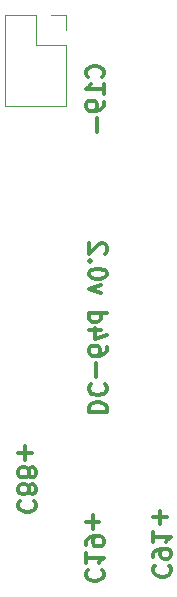
<source format=gbr>
%TF.GenerationSoftware,KiCad,Pcbnew,7.0.6*%
%TF.CreationDate,2023-12-10T23:03:21+01:00*%
%TF.ProjectId,dc_64d,64635f36-3464-42e6-9b69-6361645f7063,0.1*%
%TF.SameCoordinates,Original*%
%TF.FileFunction,Legend,Bot*%
%TF.FilePolarity,Positive*%
%FSLAX46Y46*%
G04 Gerber Fmt 4.6, Leading zero omitted, Abs format (unit mm)*
G04 Created by KiCad (PCBNEW 7.0.6) date 2023-12-10 23:03:21*
%MOMM*%
%LPD*%
G01*
G04 APERTURE LIST*
%ADD10C,0.300000*%
%ADD11C,0.120000*%
G04 APERTURE END LIST*
D10*
X104101028Y-80630346D02*
X104029600Y-80701774D01*
X104029600Y-80701774D02*
X103958171Y-80916060D01*
X103958171Y-80916060D02*
X103958171Y-81058917D01*
X103958171Y-81058917D02*
X104029600Y-81273203D01*
X104029600Y-81273203D02*
X104172457Y-81416060D01*
X104172457Y-81416060D02*
X104315314Y-81487489D01*
X104315314Y-81487489D02*
X104601028Y-81558917D01*
X104601028Y-81558917D02*
X104815314Y-81558917D01*
X104815314Y-81558917D02*
X105101028Y-81487489D01*
X105101028Y-81487489D02*
X105243885Y-81416060D01*
X105243885Y-81416060D02*
X105386742Y-81273203D01*
X105386742Y-81273203D02*
X105458171Y-81058917D01*
X105458171Y-81058917D02*
X105458171Y-80916060D01*
X105458171Y-80916060D02*
X105386742Y-80701774D01*
X105386742Y-80701774D02*
X105315314Y-80630346D01*
X103958171Y-79201774D02*
X103958171Y-80058917D01*
X103958171Y-79630346D02*
X105458171Y-79630346D01*
X105458171Y-79630346D02*
X105243885Y-79773203D01*
X105243885Y-79773203D02*
X105101028Y-79916060D01*
X105101028Y-79916060D02*
X105029600Y-80058917D01*
X103958171Y-78487489D02*
X103958171Y-78201775D01*
X103958171Y-78201775D02*
X104029600Y-78058918D01*
X104029600Y-78058918D02*
X104101028Y-77987489D01*
X104101028Y-77987489D02*
X104315314Y-77844632D01*
X104315314Y-77844632D02*
X104601028Y-77773203D01*
X104601028Y-77773203D02*
X105172457Y-77773203D01*
X105172457Y-77773203D02*
X105315314Y-77844632D01*
X105315314Y-77844632D02*
X105386742Y-77916061D01*
X105386742Y-77916061D02*
X105458171Y-78058918D01*
X105458171Y-78058918D02*
X105458171Y-78344632D01*
X105458171Y-78344632D02*
X105386742Y-78487489D01*
X105386742Y-78487489D02*
X105315314Y-78558918D01*
X105315314Y-78558918D02*
X105172457Y-78630346D01*
X105172457Y-78630346D02*
X104815314Y-78630346D01*
X104815314Y-78630346D02*
X104672457Y-78558918D01*
X104672457Y-78558918D02*
X104601028Y-78487489D01*
X104601028Y-78487489D02*
X104529600Y-78344632D01*
X104529600Y-78344632D02*
X104529600Y-78058918D01*
X104529600Y-78058918D02*
X104601028Y-77916061D01*
X104601028Y-77916061D02*
X104672457Y-77844632D01*
X104672457Y-77844632D02*
X104815314Y-77773203D01*
X104529600Y-77130347D02*
X104529600Y-75987490D01*
X103958171Y-76558918D02*
X105101028Y-76558918D01*
X104212171Y-67263489D02*
X105712171Y-67263489D01*
X105712171Y-67263489D02*
X105712171Y-66906346D01*
X105712171Y-66906346D02*
X105640742Y-66692060D01*
X105640742Y-66692060D02*
X105497885Y-66549203D01*
X105497885Y-66549203D02*
X105355028Y-66477774D01*
X105355028Y-66477774D02*
X105069314Y-66406346D01*
X105069314Y-66406346D02*
X104855028Y-66406346D01*
X104855028Y-66406346D02*
X104569314Y-66477774D01*
X104569314Y-66477774D02*
X104426457Y-66549203D01*
X104426457Y-66549203D02*
X104283600Y-66692060D01*
X104283600Y-66692060D02*
X104212171Y-66906346D01*
X104212171Y-66906346D02*
X104212171Y-67263489D01*
X104355028Y-64906346D02*
X104283600Y-64977774D01*
X104283600Y-64977774D02*
X104212171Y-65192060D01*
X104212171Y-65192060D02*
X104212171Y-65334917D01*
X104212171Y-65334917D02*
X104283600Y-65549203D01*
X104283600Y-65549203D02*
X104426457Y-65692060D01*
X104426457Y-65692060D02*
X104569314Y-65763489D01*
X104569314Y-65763489D02*
X104855028Y-65834917D01*
X104855028Y-65834917D02*
X105069314Y-65834917D01*
X105069314Y-65834917D02*
X105355028Y-65763489D01*
X105355028Y-65763489D02*
X105497885Y-65692060D01*
X105497885Y-65692060D02*
X105640742Y-65549203D01*
X105640742Y-65549203D02*
X105712171Y-65334917D01*
X105712171Y-65334917D02*
X105712171Y-65192060D01*
X105712171Y-65192060D02*
X105640742Y-64977774D01*
X105640742Y-64977774D02*
X105569314Y-64906346D01*
X104783600Y-64263489D02*
X104783600Y-63120632D01*
X105712171Y-61763489D02*
X105712171Y-62049203D01*
X105712171Y-62049203D02*
X105640742Y-62192060D01*
X105640742Y-62192060D02*
X105569314Y-62263489D01*
X105569314Y-62263489D02*
X105355028Y-62406346D01*
X105355028Y-62406346D02*
X105069314Y-62477774D01*
X105069314Y-62477774D02*
X104497885Y-62477774D01*
X104497885Y-62477774D02*
X104355028Y-62406346D01*
X104355028Y-62406346D02*
X104283600Y-62334917D01*
X104283600Y-62334917D02*
X104212171Y-62192060D01*
X104212171Y-62192060D02*
X104212171Y-61906346D01*
X104212171Y-61906346D02*
X104283600Y-61763489D01*
X104283600Y-61763489D02*
X104355028Y-61692060D01*
X104355028Y-61692060D02*
X104497885Y-61620631D01*
X104497885Y-61620631D02*
X104855028Y-61620631D01*
X104855028Y-61620631D02*
X104997885Y-61692060D01*
X104997885Y-61692060D02*
X105069314Y-61763489D01*
X105069314Y-61763489D02*
X105140742Y-61906346D01*
X105140742Y-61906346D02*
X105140742Y-62192060D01*
X105140742Y-62192060D02*
X105069314Y-62334917D01*
X105069314Y-62334917D02*
X104997885Y-62406346D01*
X104997885Y-62406346D02*
X104855028Y-62477774D01*
X105212171Y-60334918D02*
X104212171Y-60334918D01*
X105783600Y-60692060D02*
X104712171Y-61049203D01*
X104712171Y-61049203D02*
X104712171Y-60120632D01*
X104212171Y-58906347D02*
X105712171Y-58906347D01*
X104283600Y-58906347D02*
X104212171Y-59049204D01*
X104212171Y-59049204D02*
X104212171Y-59334918D01*
X104212171Y-59334918D02*
X104283600Y-59477775D01*
X104283600Y-59477775D02*
X104355028Y-59549204D01*
X104355028Y-59549204D02*
X104497885Y-59620632D01*
X104497885Y-59620632D02*
X104926457Y-59620632D01*
X104926457Y-59620632D02*
X105069314Y-59549204D01*
X105069314Y-59549204D02*
X105140742Y-59477775D01*
X105140742Y-59477775D02*
X105212171Y-59334918D01*
X105212171Y-59334918D02*
X105212171Y-59049204D01*
X105212171Y-59049204D02*
X105140742Y-58906347D01*
X105212171Y-57192061D02*
X104212171Y-56834918D01*
X104212171Y-56834918D02*
X105212171Y-56477775D01*
X105712171Y-55620632D02*
X105712171Y-55477775D01*
X105712171Y-55477775D02*
X105640742Y-55334918D01*
X105640742Y-55334918D02*
X105569314Y-55263490D01*
X105569314Y-55263490D02*
X105426457Y-55192061D01*
X105426457Y-55192061D02*
X105140742Y-55120632D01*
X105140742Y-55120632D02*
X104783600Y-55120632D01*
X104783600Y-55120632D02*
X104497885Y-55192061D01*
X104497885Y-55192061D02*
X104355028Y-55263490D01*
X104355028Y-55263490D02*
X104283600Y-55334918D01*
X104283600Y-55334918D02*
X104212171Y-55477775D01*
X104212171Y-55477775D02*
X104212171Y-55620632D01*
X104212171Y-55620632D02*
X104283600Y-55763490D01*
X104283600Y-55763490D02*
X104355028Y-55834918D01*
X104355028Y-55834918D02*
X104497885Y-55906347D01*
X104497885Y-55906347D02*
X104783600Y-55977775D01*
X104783600Y-55977775D02*
X105140742Y-55977775D01*
X105140742Y-55977775D02*
X105426457Y-55906347D01*
X105426457Y-55906347D02*
X105569314Y-55834918D01*
X105569314Y-55834918D02*
X105640742Y-55763490D01*
X105640742Y-55763490D02*
X105712171Y-55620632D01*
X104355028Y-54477776D02*
X104283600Y-54406347D01*
X104283600Y-54406347D02*
X104212171Y-54477776D01*
X104212171Y-54477776D02*
X104283600Y-54549204D01*
X104283600Y-54549204D02*
X104355028Y-54477776D01*
X104355028Y-54477776D02*
X104212171Y-54477776D01*
X105569314Y-53834918D02*
X105640742Y-53763490D01*
X105640742Y-53763490D02*
X105712171Y-53620633D01*
X105712171Y-53620633D02*
X105712171Y-53263490D01*
X105712171Y-53263490D02*
X105640742Y-53120633D01*
X105640742Y-53120633D02*
X105569314Y-53049204D01*
X105569314Y-53049204D02*
X105426457Y-52977775D01*
X105426457Y-52977775D02*
X105283600Y-52977775D01*
X105283600Y-52977775D02*
X105069314Y-53049204D01*
X105069314Y-53049204D02*
X104212171Y-53906347D01*
X104212171Y-53906347D02*
X104212171Y-52977775D01*
X105321971Y-38876653D02*
X105393400Y-38805225D01*
X105393400Y-38805225D02*
X105464828Y-38590939D01*
X105464828Y-38590939D02*
X105464828Y-38448082D01*
X105464828Y-38448082D02*
X105393400Y-38233796D01*
X105393400Y-38233796D02*
X105250542Y-38090939D01*
X105250542Y-38090939D02*
X105107685Y-38019510D01*
X105107685Y-38019510D02*
X104821971Y-37948082D01*
X104821971Y-37948082D02*
X104607685Y-37948082D01*
X104607685Y-37948082D02*
X104321971Y-38019510D01*
X104321971Y-38019510D02*
X104179114Y-38090939D01*
X104179114Y-38090939D02*
X104036257Y-38233796D01*
X104036257Y-38233796D02*
X103964828Y-38448082D01*
X103964828Y-38448082D02*
X103964828Y-38590939D01*
X103964828Y-38590939D02*
X104036257Y-38805225D01*
X104036257Y-38805225D02*
X104107685Y-38876653D01*
X105464828Y-40305225D02*
X105464828Y-39448082D01*
X105464828Y-39876653D02*
X103964828Y-39876653D01*
X103964828Y-39876653D02*
X104179114Y-39733796D01*
X104179114Y-39733796D02*
X104321971Y-39590939D01*
X104321971Y-39590939D02*
X104393400Y-39448082D01*
X105464828Y-41019510D02*
X105464828Y-41305224D01*
X105464828Y-41305224D02*
X105393400Y-41448081D01*
X105393400Y-41448081D02*
X105321971Y-41519510D01*
X105321971Y-41519510D02*
X105107685Y-41662367D01*
X105107685Y-41662367D02*
X104821971Y-41733796D01*
X104821971Y-41733796D02*
X104250542Y-41733796D01*
X104250542Y-41733796D02*
X104107685Y-41662367D01*
X104107685Y-41662367D02*
X104036257Y-41590939D01*
X104036257Y-41590939D02*
X103964828Y-41448081D01*
X103964828Y-41448081D02*
X103964828Y-41162367D01*
X103964828Y-41162367D02*
X104036257Y-41019510D01*
X104036257Y-41019510D02*
X104107685Y-40948081D01*
X104107685Y-40948081D02*
X104250542Y-40876653D01*
X104250542Y-40876653D02*
X104607685Y-40876653D01*
X104607685Y-40876653D02*
X104750542Y-40948081D01*
X104750542Y-40948081D02*
X104821971Y-41019510D01*
X104821971Y-41019510D02*
X104893400Y-41162367D01*
X104893400Y-41162367D02*
X104893400Y-41448081D01*
X104893400Y-41448081D02*
X104821971Y-41590939D01*
X104821971Y-41590939D02*
X104750542Y-41662367D01*
X104750542Y-41662367D02*
X104607685Y-41733796D01*
X104893400Y-42376652D02*
X104893400Y-43519510D01*
X98386028Y-74788346D02*
X98314600Y-74859774D01*
X98314600Y-74859774D02*
X98243171Y-75074060D01*
X98243171Y-75074060D02*
X98243171Y-75216917D01*
X98243171Y-75216917D02*
X98314600Y-75431203D01*
X98314600Y-75431203D02*
X98457457Y-75574060D01*
X98457457Y-75574060D02*
X98600314Y-75645489D01*
X98600314Y-75645489D02*
X98886028Y-75716917D01*
X98886028Y-75716917D02*
X99100314Y-75716917D01*
X99100314Y-75716917D02*
X99386028Y-75645489D01*
X99386028Y-75645489D02*
X99528885Y-75574060D01*
X99528885Y-75574060D02*
X99671742Y-75431203D01*
X99671742Y-75431203D02*
X99743171Y-75216917D01*
X99743171Y-75216917D02*
X99743171Y-75074060D01*
X99743171Y-75074060D02*
X99671742Y-74859774D01*
X99671742Y-74859774D02*
X99600314Y-74788346D01*
X99100314Y-73931203D02*
X99171742Y-74074060D01*
X99171742Y-74074060D02*
X99243171Y-74145489D01*
X99243171Y-74145489D02*
X99386028Y-74216917D01*
X99386028Y-74216917D02*
X99457457Y-74216917D01*
X99457457Y-74216917D02*
X99600314Y-74145489D01*
X99600314Y-74145489D02*
X99671742Y-74074060D01*
X99671742Y-74074060D02*
X99743171Y-73931203D01*
X99743171Y-73931203D02*
X99743171Y-73645489D01*
X99743171Y-73645489D02*
X99671742Y-73502632D01*
X99671742Y-73502632D02*
X99600314Y-73431203D01*
X99600314Y-73431203D02*
X99457457Y-73359774D01*
X99457457Y-73359774D02*
X99386028Y-73359774D01*
X99386028Y-73359774D02*
X99243171Y-73431203D01*
X99243171Y-73431203D02*
X99171742Y-73502632D01*
X99171742Y-73502632D02*
X99100314Y-73645489D01*
X99100314Y-73645489D02*
X99100314Y-73931203D01*
X99100314Y-73931203D02*
X99028885Y-74074060D01*
X99028885Y-74074060D02*
X98957457Y-74145489D01*
X98957457Y-74145489D02*
X98814600Y-74216917D01*
X98814600Y-74216917D02*
X98528885Y-74216917D01*
X98528885Y-74216917D02*
X98386028Y-74145489D01*
X98386028Y-74145489D02*
X98314600Y-74074060D01*
X98314600Y-74074060D02*
X98243171Y-73931203D01*
X98243171Y-73931203D02*
X98243171Y-73645489D01*
X98243171Y-73645489D02*
X98314600Y-73502632D01*
X98314600Y-73502632D02*
X98386028Y-73431203D01*
X98386028Y-73431203D02*
X98528885Y-73359774D01*
X98528885Y-73359774D02*
X98814600Y-73359774D01*
X98814600Y-73359774D02*
X98957457Y-73431203D01*
X98957457Y-73431203D02*
X99028885Y-73502632D01*
X99028885Y-73502632D02*
X99100314Y-73645489D01*
X99100314Y-72502632D02*
X99171742Y-72645489D01*
X99171742Y-72645489D02*
X99243171Y-72716918D01*
X99243171Y-72716918D02*
X99386028Y-72788346D01*
X99386028Y-72788346D02*
X99457457Y-72788346D01*
X99457457Y-72788346D02*
X99600314Y-72716918D01*
X99600314Y-72716918D02*
X99671742Y-72645489D01*
X99671742Y-72645489D02*
X99743171Y-72502632D01*
X99743171Y-72502632D02*
X99743171Y-72216918D01*
X99743171Y-72216918D02*
X99671742Y-72074061D01*
X99671742Y-72074061D02*
X99600314Y-72002632D01*
X99600314Y-72002632D02*
X99457457Y-71931203D01*
X99457457Y-71931203D02*
X99386028Y-71931203D01*
X99386028Y-71931203D02*
X99243171Y-72002632D01*
X99243171Y-72002632D02*
X99171742Y-72074061D01*
X99171742Y-72074061D02*
X99100314Y-72216918D01*
X99100314Y-72216918D02*
X99100314Y-72502632D01*
X99100314Y-72502632D02*
X99028885Y-72645489D01*
X99028885Y-72645489D02*
X98957457Y-72716918D01*
X98957457Y-72716918D02*
X98814600Y-72788346D01*
X98814600Y-72788346D02*
X98528885Y-72788346D01*
X98528885Y-72788346D02*
X98386028Y-72716918D01*
X98386028Y-72716918D02*
X98314600Y-72645489D01*
X98314600Y-72645489D02*
X98243171Y-72502632D01*
X98243171Y-72502632D02*
X98243171Y-72216918D01*
X98243171Y-72216918D02*
X98314600Y-72074061D01*
X98314600Y-72074061D02*
X98386028Y-72002632D01*
X98386028Y-72002632D02*
X98528885Y-71931203D01*
X98528885Y-71931203D02*
X98814600Y-71931203D01*
X98814600Y-71931203D02*
X98957457Y-72002632D01*
X98957457Y-72002632D02*
X99028885Y-72074061D01*
X99028885Y-72074061D02*
X99100314Y-72216918D01*
X98814600Y-71288347D02*
X98814600Y-70145490D01*
X98243171Y-70716918D02*
X99386028Y-70716918D01*
X109816028Y-80249346D02*
X109744600Y-80320774D01*
X109744600Y-80320774D02*
X109673171Y-80535060D01*
X109673171Y-80535060D02*
X109673171Y-80677917D01*
X109673171Y-80677917D02*
X109744600Y-80892203D01*
X109744600Y-80892203D02*
X109887457Y-81035060D01*
X109887457Y-81035060D02*
X110030314Y-81106489D01*
X110030314Y-81106489D02*
X110316028Y-81177917D01*
X110316028Y-81177917D02*
X110530314Y-81177917D01*
X110530314Y-81177917D02*
X110816028Y-81106489D01*
X110816028Y-81106489D02*
X110958885Y-81035060D01*
X110958885Y-81035060D02*
X111101742Y-80892203D01*
X111101742Y-80892203D02*
X111173171Y-80677917D01*
X111173171Y-80677917D02*
X111173171Y-80535060D01*
X111173171Y-80535060D02*
X111101742Y-80320774D01*
X111101742Y-80320774D02*
X111030314Y-80249346D01*
X109673171Y-79535060D02*
X109673171Y-79249346D01*
X109673171Y-79249346D02*
X109744600Y-79106489D01*
X109744600Y-79106489D02*
X109816028Y-79035060D01*
X109816028Y-79035060D02*
X110030314Y-78892203D01*
X110030314Y-78892203D02*
X110316028Y-78820774D01*
X110316028Y-78820774D02*
X110887457Y-78820774D01*
X110887457Y-78820774D02*
X111030314Y-78892203D01*
X111030314Y-78892203D02*
X111101742Y-78963632D01*
X111101742Y-78963632D02*
X111173171Y-79106489D01*
X111173171Y-79106489D02*
X111173171Y-79392203D01*
X111173171Y-79392203D02*
X111101742Y-79535060D01*
X111101742Y-79535060D02*
X111030314Y-79606489D01*
X111030314Y-79606489D02*
X110887457Y-79677917D01*
X110887457Y-79677917D02*
X110530314Y-79677917D01*
X110530314Y-79677917D02*
X110387457Y-79606489D01*
X110387457Y-79606489D02*
X110316028Y-79535060D01*
X110316028Y-79535060D02*
X110244600Y-79392203D01*
X110244600Y-79392203D02*
X110244600Y-79106489D01*
X110244600Y-79106489D02*
X110316028Y-78963632D01*
X110316028Y-78963632D02*
X110387457Y-78892203D01*
X110387457Y-78892203D02*
X110530314Y-78820774D01*
X109673171Y-77392203D02*
X109673171Y-78249346D01*
X109673171Y-77820775D02*
X111173171Y-77820775D01*
X111173171Y-77820775D02*
X110958885Y-77963632D01*
X110958885Y-77963632D02*
X110816028Y-78106489D01*
X110816028Y-78106489D02*
X110744600Y-78249346D01*
X110244600Y-76749347D02*
X110244600Y-75606490D01*
X109673171Y-76177918D02*
X110816028Y-76177918D01*
D11*
X102300000Y-41350000D02*
X97100000Y-41350000D01*
X102300000Y-36210000D02*
X102300000Y-41350000D01*
X102300000Y-36210000D02*
X99700000Y-36210000D01*
X102300000Y-34940000D02*
X102300000Y-33610000D01*
X102300000Y-33610000D02*
X100970000Y-33610000D01*
X99700000Y-36210000D02*
X99700000Y-33610000D01*
X99700000Y-33610000D02*
X97100000Y-33610000D01*
X97100000Y-33610000D02*
X97100000Y-41350000D01*
M02*

</source>
